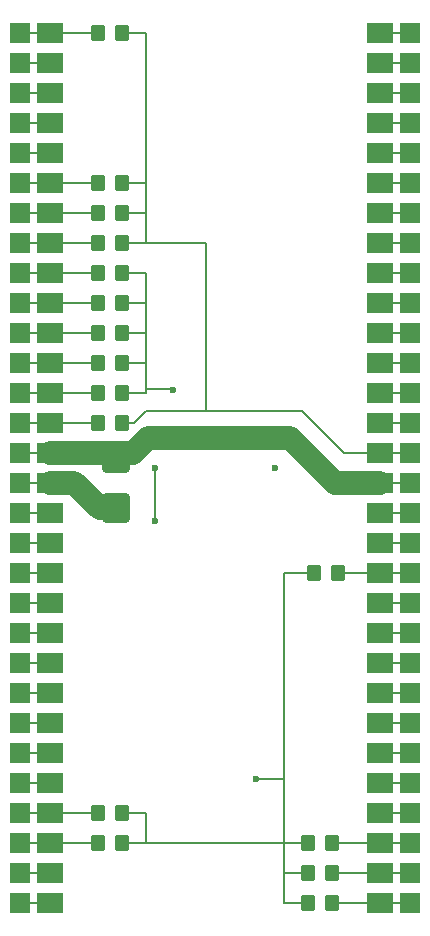
<source format=gbl>
%TF.GenerationSoftware,KiCad,Pcbnew,8.0.4*%
%TF.CreationDate,2024-08-07T10:54:24+02:00*%
%TF.ProjectId,DCJ11_Carrier,44434a31-315f-4436-9172-726965722e6b,rev?*%
%TF.SameCoordinates,Original*%
%TF.FileFunction,Copper,L2,Bot*%
%TF.FilePolarity,Positive*%
%FSLAX46Y46*%
G04 Gerber Fmt 4.6, Leading zero omitted, Abs format (unit mm)*
G04 Created by KiCad (PCBNEW 8.0.4) date 2024-08-07 10:54:24*
%MOMM*%
%LPD*%
G01*
G04 APERTURE LIST*
G04 Aperture macros list*
%AMRoundRect*
0 Rectangle with rounded corners*
0 $1 Rounding radius*
0 $2 $3 $4 $5 $6 $7 $8 $9 X,Y pos of 4 corners*
0 Add a 4 corners polygon primitive as box body*
4,1,4,$2,$3,$4,$5,$6,$7,$8,$9,$2,$3,0*
0 Add four circle primitives for the rounded corners*
1,1,$1+$1,$2,$3*
1,1,$1+$1,$4,$5*
1,1,$1+$1,$6,$7*
1,1,$1+$1,$8,$9*
0 Add four rect primitives between the rounded corners*
20,1,$1+$1,$2,$3,$4,$5,0*
20,1,$1+$1,$4,$5,$6,$7,0*
20,1,$1+$1,$6,$7,$8,$9,0*
20,1,$1+$1,$8,$9,$2,$3,0*%
G04 Aperture macros list end*
%TA.AperFunction,SMDPad,CuDef*%
%ADD10RoundRect,0.250000X0.900000X-1.000000X0.900000X1.000000X-0.900000X1.000000X-0.900000X-1.000000X0*%
%TD*%
%TA.AperFunction,SMDPad,CuDef*%
%ADD11RoundRect,0.250000X0.350000X0.450000X-0.350000X0.450000X-0.350000X-0.450000X0.350000X-0.450000X0*%
%TD*%
%TA.AperFunction,SMDPad,CuDef*%
%ADD12RoundRect,0.250000X-0.350000X-0.450000X0.350000X-0.450000X0.350000X0.450000X-0.350000X0.450000X0*%
%TD*%
%TA.AperFunction,ComponentPad*%
%ADD13R,1.700000X1.700000*%
%TD*%
%TA.AperFunction,ComponentPad*%
%ADD14R,2.200000X1.800000*%
%TD*%
%TA.AperFunction,ViaPad*%
%ADD15C,0.600000*%
%TD*%
%TA.AperFunction,Conductor*%
%ADD16C,0.200000*%
%TD*%
%TA.AperFunction,Conductor*%
%ADD17C,2.000000*%
%TD*%
G04 APERTURE END LIST*
D10*
%TO.P,D4,2,A*%
%TO.N,GND*%
X127508000Y-89290000D03*
%TO.P,D4,1,K*%
%TO.N,VCC*%
X127508000Y-93590000D03*
%TD*%
D11*
%TO.P,R19,1*%
%TO.N,Net-(J2-Pin_30)*%
X145780000Y-127000000D03*
%TO.P,R19,2*%
%TO.N,VCC*%
X143780000Y-127000000D03*
%TD*%
D12*
%TO.P,R18,1*%
%TO.N,Net-(J1-Pin_28)*%
X126000000Y-121920000D03*
%TO.P,R18,2*%
%TO.N,VCC*%
X128000000Y-121920000D03*
%TD*%
D11*
%TO.P,R17,1*%
%TO.N,Net-(J2-Pin_19)*%
X146288000Y-99060000D03*
%TO.P,R17,2*%
%TO.N,VCC*%
X144288000Y-99060000D03*
%TD*%
%TO.P,R16,1*%
%TO.N,Net-(J2-Pin_28)*%
X145780000Y-121920000D03*
%TO.P,R16,2*%
%TO.N,VCC*%
X143780000Y-121920000D03*
%TD*%
%TO.P,R15,1*%
%TO.N,Net-(J2-Pin_29)*%
X145780000Y-124460000D03*
%TO.P,R15,2*%
%TO.N,VCC*%
X143780000Y-124460000D03*
%TD*%
D12*
%TO.P,R14,1*%
%TO.N,Net-(J1-Pin_27)*%
X126000000Y-119380000D03*
%TO.P,R14,2*%
%TO.N,VCC*%
X128000000Y-119380000D03*
%TD*%
%TO.P,R13,1*%
%TO.N,Net-(J1-Pin_9)*%
X126000000Y-73660000D03*
%TO.P,R13,2*%
%TO.N,GND*%
X128000000Y-73660000D03*
%TD*%
%TO.P,R12,1*%
%TO.N,Net-(J1-Pin_14)*%
X126000000Y-86360000D03*
%TO.P,R12,2*%
%TO.N,VCC*%
X128000000Y-86360000D03*
%TD*%
%TO.P,R11,1*%
%TO.N,Net-(J1-Pin_8)*%
X126000000Y-71120000D03*
%TO.P,R11,2*%
%TO.N,VCC*%
X128000000Y-71120000D03*
%TD*%
%TO.P,R10,1*%
%TO.N,Net-(J1-Pin_7)*%
X126000000Y-68580000D03*
%TO.P,R10,2*%
%TO.N,VCC*%
X128000000Y-68580000D03*
%TD*%
%TO.P,R9,1*%
%TO.N,Net-(J1-Pin_6)*%
X126000000Y-66040000D03*
%TO.P,R9,2*%
%TO.N,VCC*%
X128000000Y-66040000D03*
%TD*%
%TO.P,R8,2*%
%TO.N,VCC*%
X128000000Y-53340000D03*
%TO.P,R8,1*%
%TO.N,Net-(J1-Pin_1)*%
X126000000Y-53340000D03*
%TD*%
%TO.P,R7,1*%
%TO.N,Net-(J1-Pin_13)*%
X126000000Y-83820000D03*
%TO.P,R7,2*%
%TO.N,GND*%
X128000000Y-83820000D03*
%TD*%
%TO.P,R6,1*%
%TO.N,Net-(J1-Pin_12)*%
X126000000Y-81280000D03*
%TO.P,R6,2*%
%TO.N,GND*%
X128000000Y-81280000D03*
%TD*%
%TO.P,R5,2*%
%TO.N,GND*%
X128000000Y-78740000D03*
%TO.P,R5,1*%
%TO.N,Net-(J1-Pin_11)*%
X126000000Y-78740000D03*
%TD*%
%TO.P,R4,1*%
%TO.N,Net-(J1-Pin_10)*%
X126000000Y-76200000D03*
%TO.P,R4,2*%
%TO.N,GND*%
X128000000Y-76200000D03*
%TD*%
D13*
%TO.P,J1,30,Pin_30*%
%TO.N,Net-(J1-Pin_30)*%
X119380000Y-127000000D03*
%TO.P,J1,29,Pin_29*%
%TO.N,Net-(J1-Pin_29)*%
X119380000Y-124460000D03*
%TO.P,J1,28,Pin_28*%
%TO.N,Net-(J1-Pin_28)*%
X119380000Y-121920000D03*
%TO.P,J1,27,Pin_27*%
%TO.N,Net-(J1-Pin_27)*%
X119380000Y-119380000D03*
%TO.P,J1,26,Pin_26*%
%TO.N,Net-(J1-Pin_26)*%
X119380000Y-116840000D03*
%TO.P,J1,25,Pin_25*%
%TO.N,Net-(J1-Pin_25)*%
X119380000Y-114300000D03*
%TO.P,J1,24,Pin_24*%
%TO.N,Net-(J1-Pin_24)*%
X119380000Y-111760000D03*
%TO.P,J1,23,Pin_23*%
%TO.N,Net-(J1-Pin_23)*%
X119380000Y-109220000D03*
%TO.P,J1,22,Pin_22*%
%TO.N,Net-(J1-Pin_22)*%
X119380000Y-106680000D03*
%TO.P,J1,21,Pin_21*%
%TO.N,Net-(J1-Pin_21)*%
X119380000Y-104140000D03*
%TO.P,J1,20,Pin_20*%
%TO.N,Net-(J1-Pin_20)*%
X119380000Y-101600000D03*
%TO.P,J1,19,Pin_19*%
%TO.N,Net-(J1-Pin_19)*%
X119380000Y-99060000D03*
%TO.P,J1,18,Pin_18*%
%TO.N,Net-(J1-Pin_18)*%
X119380000Y-96520000D03*
%TO.P,J1,17,Pin_17*%
%TO.N,Net-(J1-Pin_17)*%
X119380000Y-93980000D03*
%TO.P,J1,16,Pin_16*%
%TO.N,VCC*%
X119380000Y-91440000D03*
%TO.P,J1,15,Pin_15*%
%TO.N,GND*%
X119380000Y-88900000D03*
%TO.P,J1,14,Pin_14*%
%TO.N,Net-(J1-Pin_14)*%
X119380000Y-86360000D03*
%TO.P,J1,13,Pin_13*%
%TO.N,Net-(J1-Pin_13)*%
X119380000Y-83820000D03*
%TO.P,J1,12,Pin_12*%
%TO.N,Net-(J1-Pin_12)*%
X119380000Y-81280000D03*
%TO.P,J1,11,Pin_11*%
%TO.N,Net-(J1-Pin_11)*%
X119380000Y-78740000D03*
%TO.P,J1,10,Pin_10*%
%TO.N,Net-(J1-Pin_10)*%
X119380000Y-76200000D03*
%TO.P,J1,9,Pin_9*%
%TO.N,Net-(J1-Pin_9)*%
X119380000Y-73660000D03*
%TO.P,J1,8,Pin_8*%
%TO.N,Net-(J1-Pin_8)*%
X119380000Y-71120000D03*
%TO.P,J1,7,Pin_7*%
%TO.N,Net-(J1-Pin_7)*%
X119380000Y-68580000D03*
%TO.P,J1,6,Pin_6*%
%TO.N,Net-(J1-Pin_6)*%
X119380000Y-66040000D03*
%TO.P,J1,5,Pin_5*%
%TO.N,Net-(J1-Pin_5)*%
X119380000Y-63500000D03*
%TO.P,J1,4,Pin_4*%
%TO.N,Net-(J1-Pin_4)*%
X119380000Y-60960000D03*
%TO.P,J1,3,Pin_3*%
%TO.N,Net-(J1-Pin_3)*%
X119380000Y-58420000D03*
%TO.P,J1,2,Pin_2*%
%TO.N,Net-(J1-Pin_2)*%
X119380000Y-55880000D03*
%TO.P,J1,1,Pin_1*%
%TO.N,Net-(J1-Pin_1)*%
X119380000Y-53340000D03*
%TD*%
%TO.P,J2,30,Pin_30*%
%TO.N,Net-(J2-Pin_30)*%
X152400000Y-127000000D03*
%TO.P,J2,29,Pin_29*%
%TO.N,Net-(J2-Pin_29)*%
X152400000Y-124460000D03*
%TO.P,J2,28,Pin_28*%
%TO.N,Net-(J2-Pin_28)*%
X152400000Y-121920000D03*
%TO.P,J2,27,Pin_27*%
%TO.N,Net-(J2-Pin_27)*%
X152400000Y-119380000D03*
%TO.P,J2,26,Pin_26*%
%TO.N,Net-(J2-Pin_26)*%
X152400000Y-116840000D03*
%TO.P,J2,25,Pin_25*%
%TO.N,Net-(J2-Pin_25)*%
X152400000Y-114300000D03*
%TO.P,J2,24,Pin_24*%
%TO.N,Net-(J2-Pin_24)*%
X152400000Y-111760000D03*
%TO.P,J2,23,Pin_23*%
%TO.N,Net-(J2-Pin_23)*%
X152400000Y-109220000D03*
%TO.P,J2,22,Pin_22*%
%TO.N,Net-(J2-Pin_22)*%
X152400000Y-106680000D03*
%TO.P,J2,21,Pin_21*%
%TO.N,Net-(J2-Pin_21)*%
X152400000Y-104140000D03*
%TO.P,J2,20,Pin_20*%
%TO.N,Net-(J2-Pin_20)*%
X152400000Y-101600000D03*
%TO.P,J2,19,Pin_19*%
%TO.N,Net-(J2-Pin_19)*%
X152400000Y-99060000D03*
%TO.P,J2,18,Pin_18*%
%TO.N,Net-(J2-Pin_18)*%
X152400000Y-96520000D03*
%TO.P,J2,17,Pin_17*%
%TO.N,Net-(J2-Pin_17)*%
X152400000Y-93980000D03*
%TO.P,J2,16,Pin_16*%
%TO.N,GND*%
X152400000Y-91440000D03*
%TO.P,J2,15,Pin_15*%
%TO.N,VCC*%
X152400000Y-88900000D03*
%TO.P,J2,14,Pin_14*%
%TO.N,Net-(J2-Pin_14)*%
X152400000Y-86360000D03*
%TO.P,J2,13,Pin_13*%
%TO.N,Net-(J2-Pin_13)*%
X152400000Y-83820000D03*
%TO.P,J2,12,Pin_12*%
%TO.N,Net-(J2-Pin_12)*%
X152400000Y-81280000D03*
%TO.P,J2,11,Pin_11*%
%TO.N,Net-(J2-Pin_11)*%
X152400000Y-78740000D03*
%TO.P,J2,10,Pin_10*%
%TO.N,Net-(J2-Pin_10)*%
X152400000Y-76200000D03*
%TO.P,J2,9,Pin_9*%
%TO.N,Net-(J2-Pin_9)*%
X152400000Y-73660000D03*
%TO.P,J2,8,Pin_8*%
%TO.N,Net-(J2-Pin_8)*%
X152400000Y-71120000D03*
%TO.P,J2,7,Pin_7*%
%TO.N,Net-(J2-Pin_7)*%
X152400000Y-68580000D03*
%TO.P,J2,6,Pin_6*%
%TO.N,Net-(J2-Pin_6)*%
X152400000Y-66040000D03*
%TO.P,J2,5,Pin_5*%
%TO.N,Net-(J2-Pin_5)*%
X152400000Y-63500000D03*
%TO.P,J2,4,Pin_4*%
%TO.N,Net-(J2-Pin_4)*%
X152400000Y-60960000D03*
%TO.P,J2,3,Pin_3*%
%TO.N,Net-(J2-Pin_3)*%
X152400000Y-58420000D03*
%TO.P,J2,2,Pin_2*%
%TO.N,Net-(J2-Pin_2)*%
X152400000Y-55880000D03*
%TO.P,J2,1,Pin_1*%
%TO.N,Net-(J2-Pin_1)*%
X152400000Y-53340000D03*
%TD*%
D14*
%TO.P,J4,30,Pin_30*%
%TO.N,Net-(J2-Pin_30)*%
X149860000Y-127000000D03*
%TO.P,J4,29,Pin_29*%
%TO.N,Net-(J2-Pin_29)*%
X149860000Y-124460000D03*
%TO.P,J4,28,Pin_28*%
%TO.N,Net-(J2-Pin_28)*%
X149860000Y-121920000D03*
%TO.P,J4,27,Pin_27*%
%TO.N,Net-(J2-Pin_27)*%
X149860000Y-119380000D03*
%TO.P,J4,26,Pin_26*%
%TO.N,Net-(J2-Pin_26)*%
X149860000Y-116840000D03*
%TO.P,J4,25,Pin_25*%
%TO.N,Net-(J2-Pin_25)*%
X149860000Y-114300000D03*
%TO.P,J4,24,Pin_24*%
%TO.N,Net-(J2-Pin_24)*%
X149860000Y-111760000D03*
%TO.P,J4,23,Pin_23*%
%TO.N,Net-(J2-Pin_23)*%
X149860000Y-109220000D03*
%TO.P,J4,22,Pin_22*%
%TO.N,Net-(J2-Pin_22)*%
X149860000Y-106680000D03*
%TO.P,J4,21,Pin_21*%
%TO.N,Net-(J2-Pin_21)*%
X149860000Y-104140000D03*
%TO.P,J4,20,Pin_20*%
%TO.N,Net-(J2-Pin_20)*%
X149860000Y-101600000D03*
%TO.P,J4,19,Pin_19*%
%TO.N,Net-(J2-Pin_19)*%
X149860000Y-99060000D03*
%TO.P,J4,18,Pin_18*%
%TO.N,Net-(J2-Pin_18)*%
X149860000Y-96520000D03*
%TO.P,J4,17,Pin_17*%
%TO.N,Net-(J2-Pin_17)*%
X149860000Y-93980000D03*
%TO.P,J4,16,Pin_16*%
%TO.N,GND*%
X149860000Y-91440000D03*
%TO.P,J4,15,Pin_15*%
%TO.N,VCC*%
X149860000Y-88900000D03*
%TO.P,J4,14,Pin_14*%
%TO.N,Net-(J2-Pin_14)*%
X149860000Y-86360000D03*
%TO.P,J4,13,Pin_13*%
%TO.N,Net-(J2-Pin_13)*%
X149860000Y-83820000D03*
%TO.P,J4,12,Pin_12*%
%TO.N,Net-(J2-Pin_12)*%
X149860000Y-81280000D03*
%TO.P,J4,11,Pin_11*%
%TO.N,Net-(J2-Pin_11)*%
X149860000Y-78740000D03*
%TO.P,J4,10,Pin_10*%
%TO.N,Net-(J2-Pin_10)*%
X149860000Y-76200000D03*
%TO.P,J4,9,Pin_9*%
%TO.N,Net-(J2-Pin_9)*%
X149860000Y-73660000D03*
%TO.P,J4,8,Pin_8*%
%TO.N,Net-(J2-Pin_8)*%
X149860000Y-71120000D03*
%TO.P,J4,7,Pin_7*%
%TO.N,Net-(J2-Pin_7)*%
X149860000Y-68580000D03*
%TO.P,J4,6,Pin_6*%
%TO.N,Net-(J2-Pin_6)*%
X149860000Y-66040000D03*
%TO.P,J4,5,Pin_5*%
%TO.N,Net-(J2-Pin_5)*%
X149860000Y-63500000D03*
%TO.P,J4,4,Pin_4*%
%TO.N,Net-(J2-Pin_4)*%
X149860000Y-60960000D03*
%TO.P,J4,3,Pin_3*%
%TO.N,Net-(J2-Pin_3)*%
X149860000Y-58420000D03*
%TO.P,J4,2,Pin_2*%
%TO.N,Net-(J2-Pin_2)*%
X149860000Y-55880000D03*
%TO.P,J4,1,Pin_1*%
%TO.N,Net-(J2-Pin_1)*%
X149860000Y-53340000D03*
%TD*%
%TO.P,J3,30,Pin_30*%
%TO.N,Net-(J1-Pin_30)*%
X121920000Y-127000000D03*
%TO.P,J3,29,Pin_29*%
%TO.N,Net-(J1-Pin_29)*%
X121920000Y-124460000D03*
%TO.P,J3,28,Pin_28*%
%TO.N,Net-(J1-Pin_28)*%
X121920000Y-121920000D03*
%TO.P,J3,27,Pin_27*%
%TO.N,Net-(J1-Pin_27)*%
X121920000Y-119380000D03*
%TO.P,J3,26,Pin_26*%
%TO.N,Net-(J1-Pin_26)*%
X121920000Y-116840000D03*
%TO.P,J3,25,Pin_25*%
%TO.N,Net-(J1-Pin_25)*%
X121920000Y-114300000D03*
%TO.P,J3,24,Pin_24*%
%TO.N,Net-(J1-Pin_24)*%
X121920000Y-111760000D03*
%TO.P,J3,23,Pin_23*%
%TO.N,Net-(J1-Pin_23)*%
X121920000Y-109220000D03*
%TO.P,J3,22,Pin_22*%
%TO.N,Net-(J1-Pin_22)*%
X121920000Y-106680000D03*
%TO.P,J3,21,Pin_21*%
%TO.N,Net-(J1-Pin_21)*%
X121920000Y-104140000D03*
%TO.P,J3,20,Pin_20*%
%TO.N,Net-(J1-Pin_20)*%
X121920000Y-101600000D03*
%TO.P,J3,19,Pin_19*%
%TO.N,Net-(J1-Pin_19)*%
X121920000Y-99060000D03*
%TO.P,J3,18,Pin_18*%
%TO.N,Net-(J1-Pin_18)*%
X121920000Y-96520000D03*
%TO.P,J3,17,Pin_17*%
%TO.N,Net-(J1-Pin_17)*%
X121920000Y-93980000D03*
%TO.P,J3,16,Pin_16*%
%TO.N,VCC*%
X121920000Y-91440000D03*
%TO.P,J3,15,Pin_15*%
%TO.N,GND*%
X121920000Y-88900000D03*
%TO.P,J3,14,Pin_14*%
%TO.N,Net-(J1-Pin_14)*%
X121920000Y-86360000D03*
%TO.P,J3,13,Pin_13*%
%TO.N,Net-(J1-Pin_13)*%
X121920000Y-83820000D03*
%TO.P,J3,12,Pin_12*%
%TO.N,Net-(J1-Pin_12)*%
X121920000Y-81280000D03*
%TO.P,J3,11,Pin_11*%
%TO.N,Net-(J1-Pin_11)*%
X121920000Y-78740000D03*
%TO.P,J3,10,Pin_10*%
%TO.N,Net-(J1-Pin_10)*%
X121920000Y-76200000D03*
%TO.P,J3,9,Pin_9*%
%TO.N,Net-(J1-Pin_9)*%
X121920000Y-73660000D03*
%TO.P,J3,8,Pin_8*%
%TO.N,Net-(J1-Pin_8)*%
X121920000Y-71120000D03*
%TO.P,J3,7,Pin_7*%
%TO.N,Net-(J1-Pin_7)*%
X121920000Y-68580000D03*
%TO.P,J3,6,Pin_6*%
%TO.N,Net-(J1-Pin_6)*%
X121920000Y-66040000D03*
%TO.P,J3,5,Pin_5*%
%TO.N,Net-(J1-Pin_5)*%
X121920000Y-63500000D03*
%TO.P,J3,4,Pin_4*%
%TO.N,Net-(J1-Pin_4)*%
X121920000Y-60960000D03*
%TO.P,J3,3,Pin_3*%
%TO.N,Net-(J1-Pin_3)*%
X121920000Y-58420000D03*
%TO.P,J3,2,Pin_2*%
%TO.N,Net-(J1-Pin_2)*%
X121920000Y-55880000D03*
%TO.P,J3,1,Pin_1*%
%TO.N,Net-(J1-Pin_1)*%
X121920000Y-53340000D03*
%TD*%
D15*
%TO.N,GND*%
X132325000Y-83575000D03*
%TO.N,VCC*%
X139340000Y-116500000D03*
%TO.N,GND*%
X130810000Y-94615000D03*
%TO.N,VCC*%
X140970000Y-90170000D03*
%TO.N,GND*%
X130810000Y-90170000D03*
%TD*%
D16*
%TO.N,GND*%
X130048000Y-83500000D02*
X130048000Y-81280000D01*
X130048000Y-83820000D02*
X130048000Y-83500000D01*
X130048000Y-83500000D02*
X132250000Y-83500000D01*
X132250000Y-83500000D02*
X132325000Y-83575000D01*
%TO.N,VCC*%
X141732000Y-116500000D02*
X141732000Y-99060000D01*
X141732000Y-121920000D02*
X141732000Y-116500000D01*
X141732000Y-116500000D02*
X139340000Y-116500000D01*
D17*
X126102000Y-93590000D02*
X123952000Y-91440000D01*
X127508000Y-93590000D02*
X126102000Y-93590000D01*
X123952000Y-91440000D02*
X121920000Y-91440000D01*
D16*
X135128000Y-85344000D02*
X135128000Y-71120000D01*
X135128000Y-71120000D02*
X130048000Y-71120000D01*
X130048000Y-85344000D02*
X135128000Y-85344000D01*
X135128000Y-85344000D02*
X143256000Y-85344000D01*
X130048000Y-66040000D02*
X130048000Y-53340000D01*
X130048000Y-53340000D02*
X128000000Y-53340000D01*
X130048000Y-71120000D02*
X130048000Y-68580000D01*
X128000000Y-68580000D02*
X130048000Y-68580000D01*
X130048000Y-68580000D02*
X130048000Y-66040000D01*
X128000000Y-71120000D02*
X130048000Y-71120000D01*
X130048000Y-66040000D02*
X128000000Y-66040000D01*
X143256000Y-85344000D02*
X146812000Y-88900000D01*
X146812000Y-88900000D02*
X149860000Y-88900000D01*
X128000000Y-86360000D02*
X129032000Y-86360000D01*
X129032000Y-86360000D02*
X130048000Y-85344000D01*
%TO.N,GND*%
X128000000Y-81280000D02*
X130048000Y-81280000D01*
X130048000Y-81280000D02*
X130048000Y-78740000D01*
X130048000Y-78740000D02*
X130048000Y-76200000D01*
X128000000Y-78740000D02*
X130048000Y-78740000D01*
X130048000Y-76200000D02*
X130048000Y-73660000D01*
X128000000Y-76200000D02*
X130048000Y-76200000D01*
X128000000Y-83820000D02*
X130048000Y-83820000D01*
X130048000Y-73660000D02*
X128000000Y-73660000D01*
%TO.N,Net-(J1-Pin_12)*%
X121920000Y-81280000D02*
X126000000Y-81280000D01*
%TO.N,Net-(J1-Pin_13)*%
X121920000Y-83820000D02*
X126000000Y-83820000D01*
%TO.N,VCC*%
X141732000Y-99060000D02*
X144288000Y-99060000D01*
X143780000Y-121920000D02*
X141732000Y-121920000D01*
X141732000Y-121920000D02*
X141732000Y-124460000D01*
X141732000Y-124460000D02*
X141732000Y-127000000D01*
X143780000Y-124460000D02*
X141732000Y-124460000D01*
X130048000Y-121920000D02*
X141732000Y-121920000D01*
X141732000Y-127000000D02*
X143780000Y-127000000D01*
X130048000Y-121920000D02*
X130048000Y-119380000D01*
X128000000Y-121920000D02*
X130048000Y-121920000D01*
X130048000Y-119380000D02*
X128000000Y-119380000D01*
%TO.N,Net-(J1-Pin_28)*%
X121920000Y-121920000D02*
X126000000Y-121920000D01*
%TO.N,Net-(J1-Pin_27)*%
X121920000Y-119380000D02*
X126000000Y-119380000D01*
%TO.N,Net-(J1-Pin_14)*%
X121920000Y-86360000D02*
X126000000Y-86360000D01*
%TO.N,Net-(J1-Pin_11)*%
X121920000Y-78740000D02*
X126000000Y-78740000D01*
%TO.N,Net-(J1-Pin_10)*%
X121920000Y-76200000D02*
X126000000Y-76200000D01*
%TO.N,Net-(J1-Pin_9)*%
X121920000Y-73660000D02*
X126000000Y-73660000D01*
%TO.N,Net-(J1-Pin_8)*%
X121920000Y-71120000D02*
X126000000Y-71120000D01*
%TO.N,Net-(J1-Pin_7)*%
X121920000Y-68580000D02*
X126000000Y-68580000D01*
%TO.N,Net-(J1-Pin_6)*%
X121920000Y-66040000D02*
X126000000Y-66040000D01*
%TO.N,Net-(J1-Pin_1)*%
X121920000Y-53340000D02*
X126000000Y-53340000D01*
%TO.N,Net-(J2-Pin_19)*%
X149860000Y-99060000D02*
X146288000Y-99060000D01*
%TO.N,Net-(J2-Pin_28)*%
X149860000Y-121920000D02*
X145780000Y-121920000D01*
%TO.N,Net-(J2-Pin_29)*%
X149860000Y-124460000D02*
X145780000Y-124460000D01*
%TO.N,Net-(J2-Pin_30)*%
X145780000Y-127000000D02*
X149860000Y-127000000D01*
D17*
%TO.N,GND*%
X121920000Y-88900000D02*
X128905000Y-88900000D01*
X128905000Y-88900000D02*
X130175000Y-87630000D01*
X130175000Y-87630000D02*
X142240000Y-87630000D01*
X142240000Y-87630000D02*
X146050000Y-91440000D01*
X146050000Y-91440000D02*
X149860000Y-91440000D01*
D16*
X130810000Y-94615000D02*
X130810000Y-90170000D01*
%TO.N,Net-(J2-Pin_1)*%
X149860000Y-53340000D02*
X152400000Y-53340000D01*
%TO.N,Net-(J2-Pin_2)*%
X152400000Y-55880000D02*
X149860000Y-55880000D01*
%TO.N,Net-(J2-Pin_3)*%
X149860000Y-58420000D02*
X152400000Y-58420000D01*
%TO.N,Net-(J2-Pin_4)*%
X152400000Y-60960000D02*
X149860000Y-60960000D01*
%TO.N,Net-(J2-Pin_5)*%
X149860000Y-63500000D02*
X152400000Y-63500000D01*
%TO.N,Net-(J2-Pin_6)*%
X152400000Y-66040000D02*
X149860000Y-66040000D01*
%TO.N,Net-(J2-Pin_7)*%
X149860000Y-68580000D02*
X152400000Y-68580000D01*
%TO.N,Net-(J2-Pin_8)*%
X149860000Y-71120000D02*
X152400000Y-71120000D01*
%TO.N,Net-(J2-Pin_9)*%
X152400000Y-73660000D02*
X149860000Y-73660000D01*
%TO.N,Net-(J2-Pin_10)*%
X149860000Y-76200000D02*
X152400000Y-76200000D01*
%TO.N,Net-(J2-Pin_11)*%
X152400000Y-78740000D02*
X149860000Y-78740000D01*
%TO.N,Net-(J2-Pin_12)*%
X149860000Y-81280000D02*
X152400000Y-81280000D01*
%TO.N,Net-(J2-Pin_13)*%
X149860000Y-83820000D02*
X152400000Y-83820000D01*
%TO.N,Net-(J2-Pin_14)*%
X152400000Y-86360000D02*
X149860000Y-86360000D01*
%TO.N,VCC*%
X149860000Y-88900000D02*
X152400000Y-88900000D01*
%TO.N,GND*%
X152400000Y-91440000D02*
X149860000Y-91440000D01*
%TO.N,Net-(J2-Pin_17)*%
X149860000Y-93980000D02*
X152400000Y-93980000D01*
%TO.N,Net-(J2-Pin_18)*%
X152400000Y-96520000D02*
X149860000Y-96520000D01*
%TO.N,Net-(J2-Pin_19)*%
X149860000Y-99060000D02*
X152400000Y-99060000D01*
%TO.N,Net-(J2-Pin_20)*%
X152400000Y-101600000D02*
X149860000Y-101600000D01*
%TO.N,Net-(J2-Pin_21)*%
X149860000Y-104140000D02*
X152400000Y-104140000D01*
%TO.N,Net-(J2-Pin_22)*%
X152400000Y-106680000D02*
X149860000Y-106680000D01*
%TO.N,Net-(J2-Pin_23)*%
X149860000Y-109220000D02*
X152400000Y-109220000D01*
%TO.N,Net-(J2-Pin_24)*%
X152400000Y-111760000D02*
X149860000Y-111760000D01*
%TO.N,Net-(J2-Pin_25)*%
X149860000Y-114300000D02*
X152400000Y-114300000D01*
%TO.N,Net-(J2-Pin_26)*%
X149860000Y-116840000D02*
X152400000Y-116840000D01*
%TO.N,Net-(J2-Pin_27)*%
X152400000Y-119380000D02*
X149860000Y-119380000D01*
%TO.N,Net-(J2-Pin_28)*%
X149860000Y-121920000D02*
X152400000Y-121920000D01*
%TO.N,Net-(J2-Pin_29)*%
X152400000Y-124460000D02*
X149860000Y-124460000D01*
%TO.N,Net-(J2-Pin_30)*%
X149860000Y-127000000D02*
X152400000Y-127000000D01*
%TO.N,Net-(J1-Pin_30)*%
X119380000Y-127000000D02*
X121920000Y-127000000D01*
%TO.N,Net-(J1-Pin_29)*%
X121920000Y-124460000D02*
X119380000Y-124460000D01*
%TO.N,Net-(J1-Pin_28)*%
X119380000Y-121920000D02*
X121920000Y-121920000D01*
%TO.N,Net-(J1-Pin_27)*%
X121920000Y-119380000D02*
X119380000Y-119380000D01*
%TO.N,Net-(J1-Pin_26)*%
X119380000Y-116840000D02*
X121920000Y-116840000D01*
%TO.N,Net-(J1-Pin_25)*%
X121920000Y-114300000D02*
X119380000Y-114300000D01*
%TO.N,Net-(J1-Pin_24)*%
X119380000Y-111760000D02*
X121920000Y-111760000D01*
%TO.N,Net-(J1-Pin_23)*%
X121920000Y-109220000D02*
X119380000Y-109220000D01*
%TO.N,Net-(J1-Pin_22)*%
X119380000Y-106680000D02*
X121920000Y-106680000D01*
%TO.N,Net-(J1-Pin_21)*%
X121920000Y-104140000D02*
X119380000Y-104140000D01*
%TO.N,Net-(J1-Pin_20)*%
X119380000Y-101600000D02*
X121920000Y-101600000D01*
%TO.N,Net-(J1-Pin_19)*%
X121920000Y-99060000D02*
X119380000Y-99060000D01*
%TO.N,Net-(J1-Pin_18)*%
X121920000Y-96520000D02*
X119380000Y-96520000D01*
%TO.N,Net-(J1-Pin_17)*%
X119380000Y-93980000D02*
X121920000Y-93980000D01*
%TO.N,VCC*%
X121920000Y-91440000D02*
X119380000Y-91440000D01*
%TO.N,GND*%
X119380000Y-88900000D02*
X121920000Y-88900000D01*
%TO.N,Net-(J1-Pin_14)*%
X121920000Y-86360000D02*
X119380000Y-86360000D01*
%TO.N,Net-(J1-Pin_13)*%
X119380000Y-83820000D02*
X121920000Y-83820000D01*
%TO.N,Net-(J1-Pin_12)*%
X119380000Y-81280000D02*
X121920000Y-81280000D01*
%TO.N,Net-(J1-Pin_11)*%
X121920000Y-78740000D02*
X119380000Y-78740000D01*
%TO.N,Net-(J1-Pin_10)*%
X119380000Y-76200000D02*
X121920000Y-76200000D01*
%TO.N,Net-(J1-Pin_9)*%
X121920000Y-73660000D02*
X119380000Y-73660000D01*
%TO.N,Net-(J1-Pin_8)*%
X119380000Y-71120000D02*
X121920000Y-71120000D01*
%TO.N,Net-(J1-Pin_7)*%
X121920000Y-68580000D02*
X119380000Y-68580000D01*
%TO.N,Net-(J1-Pin_6)*%
X119380000Y-66040000D02*
X121920000Y-66040000D01*
%TO.N,Net-(J1-Pin_5)*%
X119380000Y-63500000D02*
X121920000Y-63500000D01*
%TO.N,Net-(J1-Pin_4)*%
X119380000Y-60960000D02*
X121920000Y-60960000D01*
%TO.N,Net-(J1-Pin_3)*%
X119380000Y-58420000D02*
X121920000Y-58420000D01*
%TO.N,Net-(J1-Pin_2)*%
X119380000Y-55880000D02*
X121920000Y-55880000D01*
%TO.N,Net-(J1-Pin_1)*%
X119380000Y-53340000D02*
X121920000Y-53340000D01*
%TD*%
M02*

</source>
